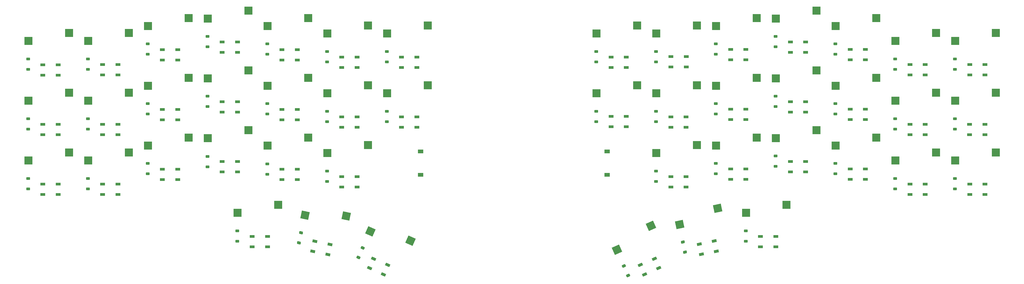
<source format=gbp>
%TF.GenerationSoftware,KiCad,Pcbnew,9.0.0*%
%TF.CreationDate,2025-03-16T07:02:02-06:00*%
%TF.ProjectId,travyboard,74726176-7962-46f6-9172-642e6b696361,rev?*%
%TF.SameCoordinates,Original*%
%TF.FileFunction,Paste,Bot*%
%TF.FilePolarity,Positive*%
%FSLAX46Y46*%
G04 Gerber Fmt 4.6, Leading zero omitted, Abs format (unit mm)*
G04 Created by KiCad (PCBNEW 9.0.0) date 2025-03-16 07:02:02*
%MOMM*%
%LPD*%
G01*
G04 APERTURE LIST*
G04 Aperture macros list*
%AMRoundRect*
0 Rectangle with rounded corners*
0 $1 Rounding radius*
0 $2 $3 $4 $5 $6 $7 $8 $9 X,Y pos of 4 corners*
0 Add a 4 corners polygon primitive as box body*
4,1,4,$2,$3,$4,$5,$6,$7,$8,$9,$2,$3,0*
0 Add four circle primitives for the rounded corners*
1,1,$1+$1,$2,$3*
1,1,$1+$1,$4,$5*
1,1,$1+$1,$6,$7*
1,1,$1+$1,$8,$9*
0 Add four rect primitives between the rounded corners*
20,1,$1+$1,$2,$3,$4,$5,0*
20,1,$1+$1,$4,$5,$6,$7,0*
20,1,$1+$1,$6,$7,$8,$9,0*
20,1,$1+$1,$8,$9,$2,$3,0*%
%AMRotRect*
0 Rectangle, with rotation*
0 The origin of the aperture is its center*
0 $1 length*
0 $2 width*
0 $3 Rotation angle, in degrees counterclockwise*
0 Add horizontal line*
21,1,$1,$2,0,0,$3*%
G04 Aperture macros list end*
%ADD10R,2.550000X2.500000*%
%ADD11RotRect,2.550000X2.500000X168.061000*%
%ADD12RotRect,2.550000X2.500000X203.880000*%
%ADD13RotRect,2.550000X2.500000X191.940000*%
%ADD14RotRect,2.550000X2.500000X156.121000*%
%ADD15RoundRect,0.225000X-0.375000X0.225000X-0.375000X-0.225000X0.375000X-0.225000X0.375000X0.225000X0*%
%ADD16RoundRect,0.225000X-0.413436X0.142549X-0.320337X-0.297715X0.413436X-0.142549X0.320337X0.297715X0*%
%ADD17R,1.500000X0.900000*%
%ADD18R,1.700000X1.150000*%
%ADD19RoundRect,0.225000X-0.251813X0.357547X-0.433983X-0.053931X0.251813X-0.357547X0.433983X0.053931X0*%
%ADD20RotRect,1.500000X0.900000X156.120000*%
%ADD21RoundRect,0.225000X-0.320337X0.297715X-0.413436X-0.142549X0.320337X-0.297715X0.413436X0.142549X0*%
%ADD22RotRect,1.500000X0.900000X203.880000*%
%ADD23RotRect,1.500000X0.900000X191.940000*%
%ADD24RotRect,1.500000X0.900000X168.060000*%
%ADD25RoundRect,0.225000X-0.433983X0.053931X-0.251813X-0.357547X0.433983X-0.053931X0.251813X0.357547X0*%
G04 APERTURE END LIST*
D10*
%TO.C,SW32*%
X311908111Y-52198799D03*
X324835111Y-49658799D03*
%TD*%
%TO.C,SW28*%
X235708047Y-49817799D03*
X248635047Y-47277799D03*
%TD*%
%TO.C,SW17*%
X111818766Y-66489601D03*
X124745766Y-63949601D03*
%TD*%
%TO.C,SW26*%
X311908111Y-33148783D03*
X324835111Y-30608783D03*
%TD*%
D11*
%TO.C,SW20*%
X123757394Y-88706102D03*
X136930213Y-88895257D03*
%TD*%
D10*
%TO.C,SW40*%
X264283095Y-87917815D03*
X277210095Y-85377815D03*
%TD*%
%TO.C,SW1*%
X35618734Y-33152073D03*
X48545734Y-30612073D03*
%TD*%
%TO.C,SW38*%
X311908111Y-71248815D03*
X324835111Y-68708815D03*
%TD*%
%TO.C,SW2*%
X54668750Y-33152073D03*
X67595750Y-30612073D03*
%TD*%
%TO.C,SW29*%
X254758079Y-47435799D03*
X267685079Y-44895799D03*
%TD*%
%TO.C,SW30*%
X273808079Y-45054799D03*
X286735079Y-42514799D03*
%TD*%
%TO.C,SW13*%
X35618734Y-71252105D03*
X48545734Y-68712105D03*
%TD*%
%TO.C,SW39*%
X330958127Y-71248815D03*
X343885127Y-68708815D03*
%TD*%
D12*
%TO.C,SW42*%
X223195569Y-99647966D03*
X233987709Y-92092262D03*
%TD*%
D10*
%TO.C,SW15*%
X73718766Y-66489601D03*
X86645766Y-63949601D03*
%TD*%
%TO.C,SW46*%
X149918766Y-49820585D03*
X162845766Y-47280585D03*
%TD*%
%TO.C,SW37*%
X292858095Y-66485815D03*
X305785095Y-63945815D03*
%TD*%
%TO.C,SW19*%
X102293790Y-87920869D03*
X115220790Y-85380869D03*
%TD*%
%TO.C,SW4*%
X92768750Y-26008073D03*
X105695750Y-23468073D03*
%TD*%
%TO.C,SW31*%
X292858095Y-47435799D03*
X305785095Y-44895799D03*
%TD*%
%TO.C,SW6*%
X130868750Y-30770073D03*
X143795750Y-28230073D03*
%TD*%
%TO.C,SW5*%
X111818750Y-28389073D03*
X124745750Y-25849073D03*
%TD*%
%TO.C,SW9*%
X73718766Y-47439585D03*
X86645766Y-44899585D03*
%TD*%
%TO.C,SW16*%
X92768766Y-64108601D03*
X105695766Y-61568601D03*
%TD*%
%TO.C,SW35*%
X254758063Y-66485815D03*
X267685063Y-63945815D03*
%TD*%
%TO.C,SW7*%
X35618734Y-52202089D03*
X48545734Y-49662089D03*
%TD*%
%TO.C,SW12*%
X130868766Y-49820585D03*
X143795766Y-47280585D03*
%TD*%
%TO.C,SW34*%
X235708047Y-68867815D03*
X248635047Y-66327815D03*
%TD*%
%TO.C,SW25*%
X292858095Y-28385783D03*
X305785095Y-25845783D03*
%TD*%
D13*
%TO.C,SW41*%
X243125993Y-91634529D03*
X255247821Y-86475050D03*
%TD*%
D10*
%TO.C,SW49*%
X216658047Y-30767783D03*
X229585047Y-28227783D03*
%TD*%
%TO.C,SW33*%
X330958127Y-52198799D03*
X343885127Y-49658799D03*
%TD*%
D14*
%TO.C,SW21*%
X144575069Y-93884803D03*
X157423757Y-96795154D03*
%TD*%
D10*
%TO.C,SW50*%
X216658047Y-49817799D03*
X229585047Y-47277799D03*
%TD*%
%TO.C,SW14*%
X54668750Y-71252105D03*
X67595750Y-68712105D03*
%TD*%
%TO.C,SW24*%
X273808079Y-26004783D03*
X286735079Y-23464783D03*
%TD*%
%TO.C,SW11*%
X111818766Y-47439585D03*
X124745766Y-44899585D03*
%TD*%
%TO.C,SW18*%
X130868766Y-68870601D03*
X143795766Y-66330601D03*
%TD*%
%TO.C,SW23*%
X254758063Y-28385783D03*
X267685063Y-25845783D03*
%TD*%
%TO.C,SW10*%
X92768766Y-45058585D03*
X105695766Y-42518585D03*
%TD*%
%TO.C,SW45*%
X149918750Y-30770073D03*
X162845750Y-28230073D03*
%TD*%
%TO.C,SW3*%
X73718750Y-28389073D03*
X86645750Y-25849073D03*
%TD*%
%TO.C,SW36*%
X273808079Y-64104815D03*
X286735079Y-61564815D03*
%TD*%
%TO.C,SW22*%
X235708047Y-30767783D03*
X248635047Y-28227783D03*
%TD*%
%TO.C,SW8*%
X54668750Y-52202089D03*
X67595750Y-49662089D03*
%TD*%
%TO.C,SW27*%
X330958127Y-33148783D03*
X343885127Y-30608783D03*
%TD*%
D15*
%TO.C,D26*%
X254673133Y-53156301D03*
X254673133Y-56456301D03*
%TD*%
D16*
%TO.C,D41*%
X244172287Y-97242581D03*
X244855015Y-100471185D03*
%TD*%
D17*
%TO.C,D84*%
X264266889Y-35892224D03*
X264266889Y-39192224D03*
X259366889Y-39192224D03*
X259366889Y-35892224D03*
%TD*%
D15*
%TO.C,D10*%
X92683839Y-50778340D03*
X92683839Y-54078340D03*
%TD*%
D17*
%TO.C,D85*%
X340466953Y-40654728D03*
X340466953Y-43954728D03*
X335566953Y-43954728D03*
X335566953Y-40654728D03*
%TD*%
D18*
%TO.C,J1*%
X160638734Y-68396823D03*
X160638734Y-75846823D03*
%TD*%
D19*
%TO.C,D39*%
X142142074Y-99090955D03*
X140806160Y-102108459D03*
%TD*%
D15*
%TO.C,D33*%
X273723149Y-69825065D03*
X273723149Y-73125065D03*
%TD*%
D17*
%TO.C,D76*%
X340398205Y-59704744D03*
X340398205Y-63004744D03*
X335498205Y-63004744D03*
X335498205Y-59704744D03*
%TD*%
D15*
%TO.C,D27*%
X273723149Y-50775049D03*
X273723149Y-54075049D03*
%TD*%
D17*
%TO.C,D55*%
X64177563Y-59708035D03*
X64177563Y-63008035D03*
X59277563Y-63008035D03*
X59277563Y-59708035D03*
%TD*%
D15*
%TO.C,D37*%
X102208847Y-93640876D03*
X102208847Y-96940876D03*
%TD*%
%TO.C,D2*%
X54583807Y-38872080D03*
X54583807Y-42172080D03*
%TD*%
D17*
%TO.C,D73*%
X302366921Y-35892224D03*
X302366921Y-39192224D03*
X297466921Y-39192224D03*
X297466921Y-35892224D03*
%TD*%
D15*
%TO.C,D31*%
X235623117Y-74587569D03*
X235623117Y-77887569D03*
%TD*%
%TO.C,D19*%
X235623117Y-36487537D03*
X235623117Y-39787537D03*
%TD*%
D17*
%TO.C,D48*%
X140377627Y-76376799D03*
X140377627Y-79676799D03*
X135477627Y-79676799D03*
X135477627Y-76376799D03*
%TD*%
%TO.C,D88*%
X302366921Y-54942240D03*
X302366921Y-58242240D03*
X297466921Y-58242240D03*
X297466921Y-54942240D03*
%TD*%
D15*
%TO.C,D1*%
X35533791Y-38872080D03*
X35533791Y-42172080D03*
%TD*%
D17*
%TO.C,D51*%
X83227579Y-73995547D03*
X83227579Y-77295547D03*
X78327579Y-77295547D03*
X78327579Y-73995547D03*
%TD*%
D15*
%TO.C,D45*%
X149833887Y-55540843D03*
X149833887Y-58840843D03*
%TD*%
D17*
%TO.C,D75*%
X283316905Y-71611004D03*
X283316905Y-74911004D03*
X278416905Y-74911004D03*
X278416905Y-71611004D03*
%TD*%
%TO.C,D67*%
X45127547Y-40722401D03*
X45127547Y-44022401D03*
X40227547Y-44022401D03*
X40227547Y-40722401D03*
%TD*%
%TO.C,D80*%
X273791897Y-95423524D03*
X273791897Y-98723524D03*
X268891897Y-98723524D03*
X268891897Y-95423524D03*
%TD*%
%TO.C,D69*%
X264266889Y-73992256D03*
X264266889Y-77292256D03*
X259366889Y-77292256D03*
X259366889Y-73992256D03*
%TD*%
%TO.C,D60*%
X159427643Y-57326782D03*
X159427643Y-60626782D03*
X154527643Y-60626782D03*
X154527643Y-57326782D03*
%TD*%
D20*
%TO.C,D43*%
X150122896Y-104535470D03*
X148786982Y-107552974D03*
X144306444Y-105569344D03*
X145642358Y-102551840D03*
%TD*%
D15*
%TO.C,D23*%
X311823181Y-38868789D03*
X311823181Y-42168789D03*
%TD*%
D17*
%TO.C,D62*%
X140377627Y-38276767D03*
X140377627Y-41576767D03*
X135477627Y-41576767D03*
X135477627Y-38276767D03*
%TD*%
D15*
%TO.C,D44*%
X149833887Y-36490828D03*
X149833887Y-39790828D03*
%TD*%
D21*
%TO.C,D38*%
X122489008Y-94296754D03*
X121806280Y-97525358D03*
%TD*%
D15*
%TO.C,D6*%
X130783871Y-36490828D03*
X130783871Y-39790828D03*
%TD*%
D17*
%TO.C,D81*%
X302366921Y-73992256D03*
X302366921Y-77292256D03*
X297466921Y-77292256D03*
X297466921Y-73992256D03*
%TD*%
%TO.C,D53*%
X45127547Y-78758051D03*
X45127547Y-82058051D03*
X40227547Y-82058051D03*
X40227547Y-78758051D03*
%TD*%
%TO.C,D66*%
X64177563Y-40658019D03*
X64177563Y-43958019D03*
X59277563Y-43958019D03*
X59277563Y-40658019D03*
%TD*%
%TO.C,D89*%
X226166857Y-57187553D03*
X226166857Y-60487553D03*
X221266857Y-60487553D03*
X221266857Y-57187553D03*
%TD*%
%TO.C,D63*%
X121327611Y-35895515D03*
X121327611Y-39195515D03*
X116427611Y-39195515D03*
X116427611Y-35895515D03*
%TD*%
D15*
%TO.C,D15*%
X73633823Y-72209608D03*
X73633823Y-75509608D03*
%TD*%
%TO.C,D20*%
X254673133Y-34106285D03*
X254673133Y-37406285D03*
%TD*%
%TO.C,D16*%
X92683839Y-69964295D03*
X92683839Y-73264295D03*
%TD*%
%TO.C,D25*%
X235623117Y-55537553D03*
X235623117Y-58837553D03*
%TD*%
%TO.C,D5*%
X111733855Y-34109576D03*
X111733855Y-37409576D03*
%TD*%
D17*
%TO.C,D87*%
X321416937Y-78754760D03*
X321416937Y-82054760D03*
X316516937Y-82054760D03*
X316516937Y-78754760D03*
%TD*%
D15*
%TO.C,D3*%
X73633823Y-34109576D03*
X73633823Y-37409576D03*
%TD*%
%TO.C,D22*%
X292773165Y-34106285D03*
X292773165Y-37406285D03*
%TD*%
%TO.C,D9*%
X73633823Y-53159592D03*
X73633823Y-56459592D03*
%TD*%
D17*
%TO.C,D56*%
X83227579Y-54945531D03*
X83227579Y-58245531D03*
X78327579Y-58245531D03*
X78327579Y-54945531D03*
%TD*%
D15*
%TO.C,D24*%
X330873197Y-38868789D03*
X330873197Y-42168789D03*
%TD*%
%TO.C,D18*%
X130783871Y-74590860D03*
X130783871Y-77890860D03*
%TD*%
D17*
%TO.C,D71*%
X283316905Y-52560988D03*
X283316905Y-55860988D03*
X278416905Y-55860988D03*
X278416905Y-52560988D03*
%TD*%
D22*
%TO.C,D68*%
X235093874Y-102528751D03*
X236429788Y-105546257D03*
X231949250Y-107529889D03*
X230613336Y-104512383D03*
%TD*%
D15*
%TO.C,D21*%
X273723149Y-31725033D03*
X273723149Y-35025033D03*
%TD*%
D23*
%TO.C,D74*%
X254183513Y-96927541D03*
X254866241Y-100156145D03*
X250072253Y-101169893D03*
X249389525Y-97941289D03*
%TD*%
D17*
%TO.C,D58*%
X121327611Y-54945531D03*
X121327611Y-58245531D03*
X116427611Y-58245531D03*
X116427611Y-54945531D03*
%TD*%
%TO.C,D49*%
X121327611Y-73995547D03*
X121327611Y-77295547D03*
X116427611Y-77295547D03*
X116427611Y-73995547D03*
%TD*%
%TO.C,D83*%
X245216873Y-57323492D03*
X245216873Y-60623492D03*
X240316873Y-60623492D03*
X240316873Y-57323492D03*
%TD*%
D15*
%TO.C,D13*%
X35533791Y-76972112D03*
X35533791Y-80272112D03*
%TD*%
D17*
%TO.C,D47*%
X111802603Y-95426815D03*
X111802603Y-98726815D03*
X106902603Y-98726815D03*
X106902603Y-95426815D03*
%TD*%
D15*
%TO.C,D91*%
X216573117Y-36487537D03*
X216573117Y-39787537D03*
%TD*%
%TO.C,D42*%
X264198141Y-93637585D03*
X264198141Y-96937585D03*
%TD*%
D17*
%TO.C,D57*%
X102277595Y-52564279D03*
X102277595Y-55864279D03*
X97377595Y-55864279D03*
X97377595Y-52564279D03*
%TD*%
%TO.C,D72*%
X226166857Y-38273476D03*
X226166857Y-41573476D03*
X221266857Y-41573476D03*
X221266857Y-38273476D03*
%TD*%
D15*
%TO.C,D12*%
X130783871Y-55540844D03*
X130783871Y-58840844D03*
%TD*%
%TO.C,D7*%
X35533791Y-57922096D03*
X35533791Y-61222096D03*
%TD*%
D18*
%TO.C,J2*%
X220043734Y-75847298D03*
X220043734Y-68397298D03*
%TD*%
D17*
%TO.C,D52*%
X64177563Y-78758051D03*
X64177563Y-82058051D03*
X59277563Y-82058051D03*
X59277563Y-78758051D03*
%TD*%
%TO.C,D90*%
X283316905Y-33510972D03*
X283316905Y-36810972D03*
X278416905Y-36810972D03*
X278416905Y-33510972D03*
%TD*%
D15*
%TO.C,D34*%
X292773165Y-72206317D03*
X292773165Y-75506317D03*
%TD*%
%TO.C,D11*%
X111733855Y-53159592D03*
X111733855Y-56459592D03*
%TD*%
D24*
%TO.C,D46*%
X131694168Y-98023349D03*
X131011440Y-101251953D03*
X126217452Y-100238205D03*
X126900180Y-97009601D03*
%TD*%
D17*
%TO.C,D79*%
X321416937Y-40654728D03*
X321416937Y-43954728D03*
X316516937Y-43954728D03*
X316516937Y-40654728D03*
%TD*%
%TO.C,D77*%
X264266889Y-54942240D03*
X264266889Y-58242240D03*
X259366889Y-58242240D03*
X259366889Y-54942240D03*
%TD*%
%TO.C,D50*%
X102277595Y-71614295D03*
X102277595Y-74914295D03*
X97377595Y-74914295D03*
X97377595Y-71614295D03*
%TD*%
%TO.C,D65*%
X83227579Y-35895515D03*
X83227579Y-39195515D03*
X78327579Y-39195515D03*
X78327579Y-35895515D03*
%TD*%
%TO.C,D59*%
X140377627Y-57326783D03*
X140377627Y-60626783D03*
X135477627Y-60626783D03*
X135477627Y-57326783D03*
%TD*%
D15*
%TO.C,D32*%
X254673133Y-72206317D03*
X254673133Y-75506317D03*
%TD*%
%TO.C,D4*%
X92683839Y-31728324D03*
X92683839Y-35028324D03*
%TD*%
D25*
%TO.C,D40*%
X225390662Y-104854136D03*
X226726576Y-107871640D03*
%TD*%
D15*
%TO.C,D29*%
X311823181Y-57918805D03*
X311823181Y-61218805D03*
%TD*%
D17*
%TO.C,D64*%
X102277595Y-33514263D03*
X102277595Y-36814263D03*
X97377595Y-36814263D03*
X97377595Y-33514263D03*
%TD*%
%TO.C,D61*%
X159427643Y-38276767D03*
X159427643Y-41576767D03*
X154527643Y-41576767D03*
X154527643Y-38276767D03*
%TD*%
D15*
%TO.C,D30*%
X330873197Y-57918805D03*
X330873197Y-61218805D03*
%TD*%
%TO.C,D14*%
X54583807Y-76972112D03*
X54583807Y-80272112D03*
%TD*%
D17*
%TO.C,D70*%
X340466953Y-78754760D03*
X340466953Y-82054760D03*
X335566953Y-82054760D03*
X335566953Y-78754760D03*
%TD*%
%TO.C,D54*%
X45127547Y-59708035D03*
X45127547Y-63008035D03*
X40227547Y-63008035D03*
X40227547Y-59708035D03*
%TD*%
D15*
%TO.C,D35*%
X311823181Y-76968821D03*
X311823181Y-80268821D03*
%TD*%
D17*
%TO.C,D86*%
X245216873Y-76373508D03*
X245216873Y-79673508D03*
X240316873Y-79673508D03*
X240316873Y-76373508D03*
%TD*%
%TO.C,D82*%
X321416937Y-59704744D03*
X321416937Y-63004744D03*
X316516937Y-63004744D03*
X316516937Y-59704744D03*
%TD*%
D15*
%TO.C,D8*%
X54583807Y-57922096D03*
X54583807Y-61222096D03*
%TD*%
%TO.C,D36*%
X330873197Y-76968821D03*
X330873197Y-80268821D03*
%TD*%
%TO.C,D92*%
X216573117Y-55537553D03*
X216573117Y-58837553D03*
%TD*%
%TO.C,D28*%
X292773165Y-53156301D03*
X292773165Y-56456301D03*
%TD*%
D17*
%TO.C,D78*%
X245285621Y-38137537D03*
X245285621Y-41437537D03*
X240385621Y-41437537D03*
X240385621Y-38137537D03*
%TD*%
D15*
%TO.C,D17*%
X111733855Y-72345547D03*
X111733855Y-75645547D03*
%TD*%
M02*

</source>
